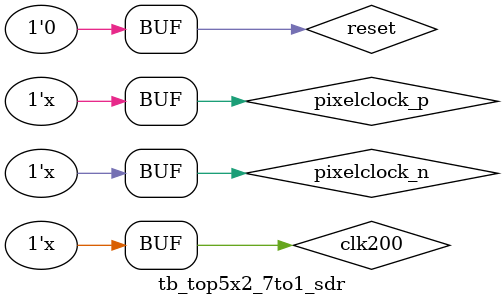
<source format=v>
`timescale 1 ps / 1ps

module tb_top5x2_7to1_sdr () ;

reg 		clk200 ;
wire 		pixelclock_n ;
reg 		pixelclock_p ;
wire		clkout1_p ;
wire 		clkout1_n ;
wire		clkout2_p ;
wire 		clkout2_n ;
reg 		reset ;
wire	[4:0]	dataout1_p ;
wire 	[4:0]	dataout1_n ;
wire	[4:0]	dataout2_p ;
wire 	[4:0]	dataout2_n ;
wire		match ;

initial clk200 = 0 ;
initial pixelclock_p = 0 ;

always #(2500) clk200 = ~clk200 ;

//always #(6250) pixelclock_p = ~pixelclock_p ;
always #(5000) pixelclock_p = ~pixelclock_p ;
assign pixelclock_n = ~pixelclock_p ;

initial
begin
reset = 1'b1 ;
#150000
reset = 1'b0;
end

top5x2_7to1_sdr_tx tx(
	.freqgen_p			(pixelclock_p),  
	.freqgen_n			(pixelclock_n),
	.reset				(reset),
	.clkout1_p			(clkout1_p),  
	.clkout1_n			(clkout1_n),
	.dataout1_p			(dataout1_p), 
	.dataout1_n			(dataout1_n),
	.clkout2_p			(clkout2_p),  
	.clkout2_n			(clkout2_n),
	.dataout2_p			(dataout2_p), 
	.dataout2_n			(dataout2_n)) ;
                                        
top5x2_7to1_sdr_rx rx(                  
	.reset				(reset),
	.refclkin			(clk200),
	.clkin1_p                       (clkout1_p),
	.clkin1_n			(clkout1_n),	
	.datain1_p               	(dataout1_p),	
	.datain1_n			(dataout1_n),	
	.clkin2_p                	(clkout2_p),	
	.clkin2_n			(clkout2_n),	
	.datain2_p               	(dataout2_p),	
	.datain2_n			(dataout2_n),	
	.dummy	 			(match)) ;

endmodule



</source>
